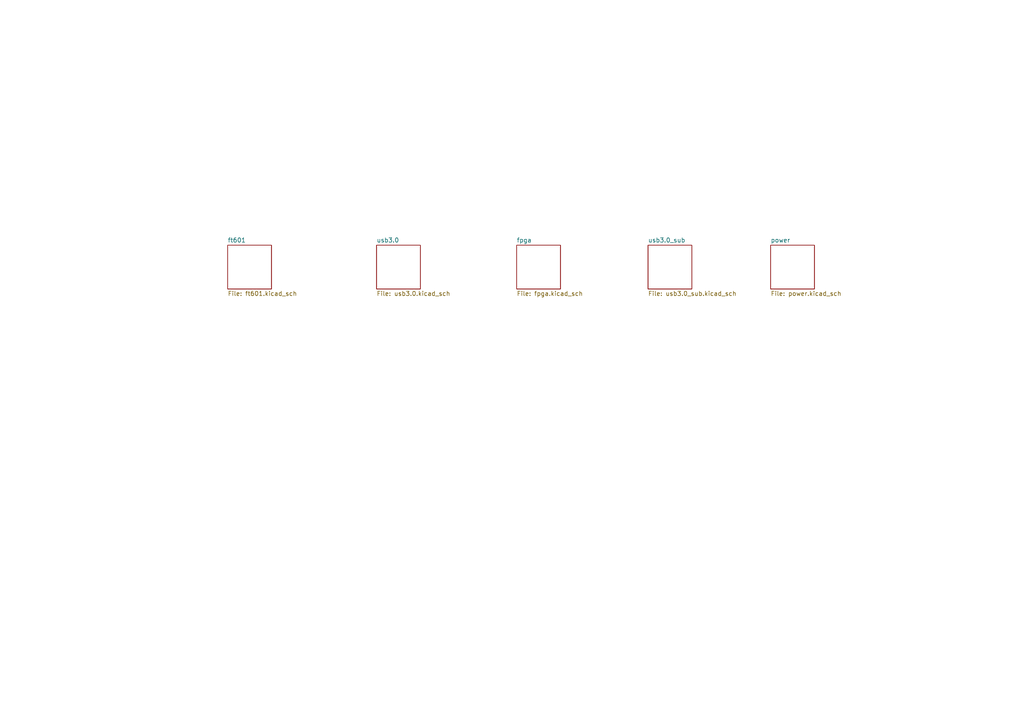
<source format=kicad_sch>
(kicad_sch
	(version 20250114)
	(generator "eeschema")
	(generator_version "9.0")
	(uuid "8be20f73-13e5-43d5-87e6-190089aa5e01")
	(paper "A4")
	(lib_symbols)
	(sheet
		(at 109.22 71.12)
		(size 12.7 12.7)
		(exclude_from_sim no)
		(in_bom yes)
		(on_board yes)
		(dnp no)
		(fields_autoplaced yes)
		(stroke
			(width 0.1524)
			(type solid)
		)
		(fill
			(color 0 0 0 0.0000)
		)
		(uuid "1e3e9b04-66c9-48aa-9a4e-e475008c1d3d")
		(property "Sheetname" "usb3.0"
			(at 109.22 70.4084 0)
			(effects
				(font
					(size 1.27 1.27)
				)
				(justify left bottom)
			)
		)
		(property "Sheetfile" "usb3.0.kicad_sch"
			(at 109.22 84.4046 0)
			(effects
				(font
					(size 1.27 1.27)
				)
				(justify left top)
			)
		)
		(instances
			(project "ft601_module"
				(path "/8be20f73-13e5-43d5-87e6-190089aa5e01"
					(page "2")
				)
			)
		)
	)
	(sheet
		(at 149.86 71.12)
		(size 12.7 12.7)
		(exclude_from_sim no)
		(in_bom yes)
		(on_board yes)
		(dnp no)
		(fields_autoplaced yes)
		(stroke
			(width 0.1524)
			(type solid)
		)
		(fill
			(color 0 0 0 0.0000)
		)
		(uuid "4617dac6-5fcc-44fd-9b5e-274f7c9c96e3")
		(property "Sheetname" "fpga"
			(at 149.86 70.4084 0)
			(effects
				(font
					(size 1.27 1.27)
				)
				(justify left bottom)
			)
		)
		(property "Sheetfile" "fpga.kicad_sch"
			(at 149.86 84.4046 0)
			(effects
				(font
					(size 1.27 1.27)
				)
				(justify left top)
			)
		)
		(instances
			(project "ft601_module"
				(path "/8be20f73-13e5-43d5-87e6-190089aa5e01"
					(page "6")
				)
			)
		)
	)
	(sheet
		(at 223.52 71.12)
		(size 12.7 12.7)
		(exclude_from_sim no)
		(in_bom yes)
		(on_board yes)
		(dnp no)
		(fields_autoplaced yes)
		(stroke
			(width 0.1524)
			(type solid)
		)
		(fill
			(color 0 0 0 0.0000)
		)
		(uuid "5744c060-b48f-4c11-91fc-22fd5b6c2e76")
		(property "Sheetname" "power"
			(at 223.52 70.4084 0)
			(effects
				(font
					(size 1.27 1.27)
				)
				(justify left bottom)
			)
		)
		(property "Sheetfile" "power.kicad_sch"
			(at 223.52 84.4046 0)
			(effects
				(font
					(size 1.27 1.27)
				)
				(justify left top)
			)
		)
		(instances
			(project "ft601_module"
				(path "/8be20f73-13e5-43d5-87e6-190089aa5e01"
					(page "4")
				)
			)
		)
	)
	(sheet
		(at 187.96 71.12)
		(size 12.7 12.7)
		(exclude_from_sim no)
		(in_bom yes)
		(on_board yes)
		(dnp no)
		(fields_autoplaced yes)
		(stroke
			(width 0.1524)
			(type solid)
		)
		(fill
			(color 0 0 0 0.0000)
		)
		(uuid "73e9b8c6-ed49-4b4a-a9c0-59ca8f8ab3f8")
		(property "Sheetname" "usb3.0_sub"
			(at 187.96 70.4084 0)
			(effects
				(font
					(size 1.27 1.27)
				)
				(justify left bottom)
			)
		)
		(property "Sheetfile" "usb3.0_sub.kicad_sch"
			(at 187.96 84.4046 0)
			(effects
				(font
					(size 1.27 1.27)
				)
				(justify left top)
			)
		)
		(instances
			(project "ft601_module"
				(path "/8be20f73-13e5-43d5-87e6-190089aa5e01"
					(page "5")
				)
			)
		)
	)
	(sheet
		(at 66.04 71.12)
		(size 12.7 12.7)
		(exclude_from_sim no)
		(in_bom yes)
		(on_board yes)
		(dnp no)
		(fields_autoplaced yes)
		(stroke
			(width 0.1524)
			(type solid)
		)
		(fill
			(color 0 0 0 0.0000)
		)
		(uuid "91c67be0-c784-4973-9d48-c1cacc86d8e2")
		(property "Sheetname" "ft601"
			(at 66.04 70.4084 0)
			(effects
				(font
					(size 1.27 1.27)
				)
				(justify left bottom)
			)
		)
		(property "Sheetfile" "ft601.kicad_sch"
			(at 66.04 84.4046 0)
			(effects
				(font
					(size 1.27 1.27)
				)
				(justify left top)
			)
		)
		(instances
			(project "ft601_module"
				(path "/8be20f73-13e5-43d5-87e6-190089aa5e01"
					(page "3")
				)
			)
		)
	)
	(sheet_instances
		(path "/"
			(page "1")
		)
	)
	(embedded_fonts no)
)

</source>
